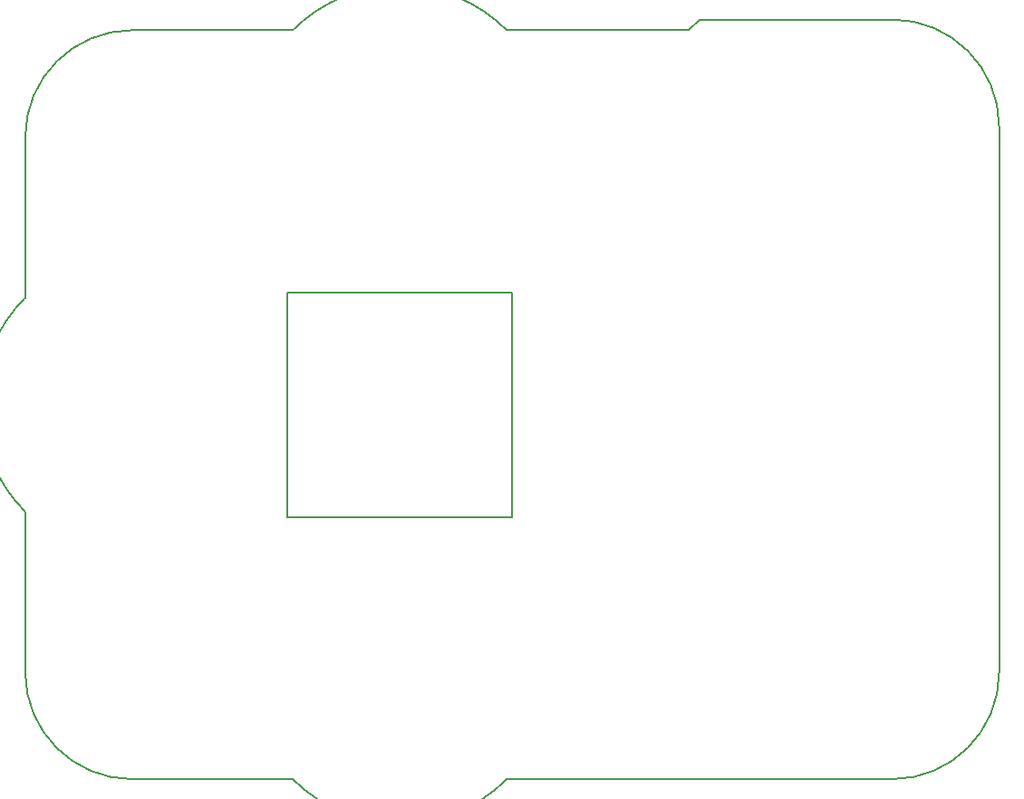
<source format=gbr>
G04 #@! TF.GenerationSoftware,KiCad,Pcbnew,(5.0.0)*
G04 #@! TF.CreationDate,2019-12-04T20:43:09-05:00*
G04 #@! TF.ProjectId,10W White LED,313057205768697465204C45442E6B69,rev?*
G04 #@! TF.SameCoordinates,Original*
G04 #@! TF.FileFunction,Profile,NP*
%FSLAX46Y46*%
G04 Gerber Fmt 4.6, Leading zero omitted, Abs format (unit mm)*
G04 Created by KiCad (PCBNEW (5.0.0)) date 12/04/19 20:43:09*
%MOMM*%
%LPD*%
G01*
G04 APERTURE LIST*
%ADD10C,0.150000*%
G04 APERTURE END LIST*
D10*
X178000000Y-64000000D02*
X196000000Y-64000000D01*
X177000000Y-65000000D02*
X178000000Y-64000000D01*
X139500000Y-89500000D02*
X139500000Y-110500000D01*
X160500000Y-89500000D02*
X139500000Y-89500000D01*
X160500000Y-110500000D02*
X160500000Y-89500000D01*
X139500000Y-110500000D02*
X160500000Y-110500000D01*
X196000000Y-135000000D02*
X160000000Y-135000000D01*
X206000000Y-74000000D02*
X206000000Y-125000000D01*
X160000000Y-65000000D02*
X177000000Y-65000000D01*
X125000000Y-65000000D02*
X140000000Y-65000000D01*
X140000000Y-135000000D02*
X125000000Y-135000000D01*
X140000001Y-65000001D02*
G75*
G02X159999999Y-65000001I9999999J-9999999D01*
G01*
X159999999Y-134999999D02*
G75*
G02X140000001Y-134999999I-9999999J9999999D01*
G01*
X115000001Y-109999999D02*
G75*
G02X115000001Y-90000001I9999999J9999999D01*
G01*
X115000000Y-75000000D02*
X115000000Y-90000000D01*
X115000000Y-125000000D02*
X115000000Y-110000000D01*
X125000000Y-135000000D02*
G75*
G02X115000000Y-125000000I0J10000000D01*
G01*
X115000000Y-75000000D02*
G75*
G02X125000000Y-65000000I10000000J0D01*
G01*
X196000000Y-64000000D02*
G75*
G02X206000000Y-74000000I0J-10000000D01*
G01*
X206000000Y-125000000D02*
G75*
G02X196000000Y-135000000I-10000000J0D01*
G01*
M02*

</source>
